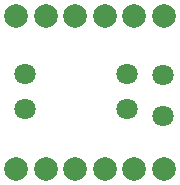
<source format=gtl>
G04 Layer: TopLayer*
G04 EasyEDA v6.5.5, 2022-07-15 14:42:27*
G04 532d801377d849919285b652b89c2504,d87ca97578a24c0188edd79bd05468ec,10*
G04 Gerber Generator version 0.2*
G04 Scale: 100 percent, Rotated: No, Reflected: No *
G04 Dimensions in millimeters *
G04 leading zeros omitted , absolute positions ,4 integer and 5 decimal *
%FSLAX45Y45*%
%MOMM*%

%ADD11C,2.0000*%
%ADD12C,1.8000*%

%LPD*%
D11*
G01*
X391007Y-368300D03*
G01*
X640994Y-368300D03*
G01*
X891006Y-368300D03*
G01*
X1140993Y-368300D03*
G01*
X1391005Y-368300D03*
G01*
X1640992Y-368300D03*
D12*
G01*
X469900Y-863600D03*
G01*
X1333500Y-863600D03*
G01*
X1333500Y-1155700D03*
G01*
X469900Y-1155700D03*
G01*
X1638300Y-1216405D03*
G01*
X1638300Y-866394D03*
D11*
G01*
X391007Y-1663700D03*
G01*
X640994Y-1663700D03*
G01*
X891006Y-1663700D03*
G01*
X1140993Y-1663700D03*
G01*
X1391005Y-1663700D03*
G01*
X1640992Y-1663700D03*
M02*

</source>
